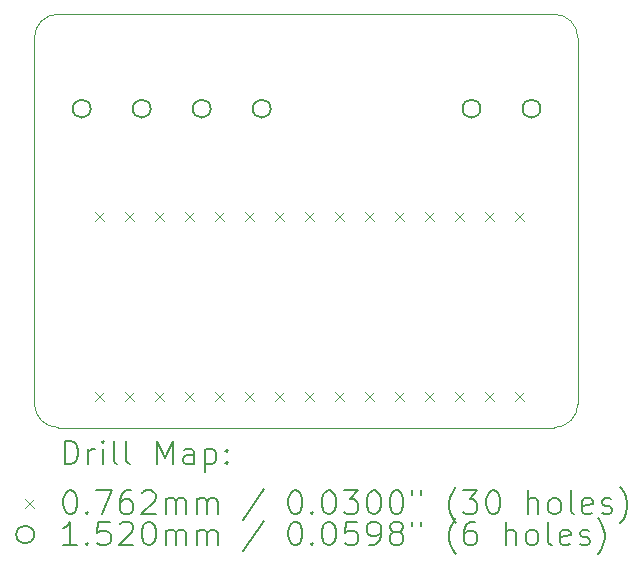
<source format=gbr>
%FSLAX45Y45*%
G04 Gerber Fmt 4.5, Leading zero omitted, Abs format (unit mm)*
G04 Created by KiCad (PCBNEW (6.0.0)) date 2022-01-15 23:37:23*
%MOMM*%
%LPD*%
G01*
G04 APERTURE LIST*
%TA.AperFunction,Profile*%
%ADD10C,0.050000*%
%TD*%
%ADD11C,0.200000*%
%ADD12C,0.076200*%
%ADD13C,0.152000*%
G04 APERTURE END LIST*
D10*
X10300000Y-4600000D02*
X6100000Y-4600000D01*
X10500000Y-4800000D02*
G75*
G03*
X10300000Y-4600000I-200000J0D01*
G01*
X10300000Y-8100000D02*
G75*
G03*
X10500000Y-7900000I0J200000D01*
G01*
X5900000Y-7900000D02*
G75*
G03*
X6100000Y-8100000I200000J0D01*
G01*
X6100000Y-4600000D02*
G75*
G03*
X5900000Y-4800000I0J-200000D01*
G01*
X10500000Y-7900000D02*
X10500000Y-4800000D01*
X6100000Y-8100000D02*
X10300000Y-8100000D01*
X5900000Y-4800000D02*
X5900000Y-7900000D01*
D11*
D12*
X6410900Y-6272900D02*
X6487100Y-6349100D01*
X6487100Y-6272900D02*
X6410900Y-6349100D01*
X6410900Y-7796900D02*
X6487100Y-7873100D01*
X6487100Y-7796900D02*
X6410900Y-7873100D01*
X6664900Y-6272900D02*
X6741100Y-6349100D01*
X6741100Y-6272900D02*
X6664900Y-6349100D01*
X6664900Y-7796900D02*
X6741100Y-7873100D01*
X6741100Y-7796900D02*
X6664900Y-7873100D01*
X6918900Y-6272900D02*
X6995100Y-6349100D01*
X6995100Y-6272900D02*
X6918900Y-6349100D01*
X6918900Y-7796900D02*
X6995100Y-7873100D01*
X6995100Y-7796900D02*
X6918900Y-7873100D01*
X7172900Y-6272900D02*
X7249100Y-6349100D01*
X7249100Y-6272900D02*
X7172900Y-6349100D01*
X7172900Y-7796900D02*
X7249100Y-7873100D01*
X7249100Y-7796900D02*
X7172900Y-7873100D01*
X7426900Y-6272900D02*
X7503100Y-6349100D01*
X7503100Y-6272900D02*
X7426900Y-6349100D01*
X7426900Y-7796900D02*
X7503100Y-7873100D01*
X7503100Y-7796900D02*
X7426900Y-7873100D01*
X7680900Y-6272900D02*
X7757100Y-6349100D01*
X7757100Y-6272900D02*
X7680900Y-6349100D01*
X7680900Y-7796900D02*
X7757100Y-7873100D01*
X7757100Y-7796900D02*
X7680900Y-7873100D01*
X7934900Y-6272900D02*
X8011100Y-6349100D01*
X8011100Y-6272900D02*
X7934900Y-6349100D01*
X7934900Y-7796900D02*
X8011100Y-7873100D01*
X8011100Y-7796900D02*
X7934900Y-7873100D01*
X8188900Y-6272900D02*
X8265100Y-6349100D01*
X8265100Y-6272900D02*
X8188900Y-6349100D01*
X8188900Y-7796900D02*
X8265100Y-7873100D01*
X8265100Y-7796900D02*
X8188900Y-7873100D01*
X8442900Y-6272900D02*
X8519100Y-6349100D01*
X8519100Y-6272900D02*
X8442900Y-6349100D01*
X8442900Y-7796900D02*
X8519100Y-7873100D01*
X8519100Y-7796900D02*
X8442900Y-7873100D01*
X8696900Y-6272900D02*
X8773100Y-6349100D01*
X8773100Y-6272900D02*
X8696900Y-6349100D01*
X8696900Y-7796900D02*
X8773100Y-7873100D01*
X8773100Y-7796900D02*
X8696900Y-7873100D01*
X8950900Y-6272900D02*
X9027100Y-6349100D01*
X9027100Y-6272900D02*
X8950900Y-6349100D01*
X8950900Y-7796900D02*
X9027100Y-7873100D01*
X9027100Y-7796900D02*
X8950900Y-7873100D01*
X9204900Y-6272900D02*
X9281100Y-6349100D01*
X9281100Y-6272900D02*
X9204900Y-6349100D01*
X9204900Y-7796900D02*
X9281100Y-7873100D01*
X9281100Y-7796900D02*
X9204900Y-7873100D01*
X9458900Y-6272900D02*
X9535100Y-6349100D01*
X9535100Y-6272900D02*
X9458900Y-6349100D01*
X9458900Y-7796900D02*
X9535100Y-7873100D01*
X9535100Y-7796900D02*
X9458900Y-7873100D01*
X9712900Y-6272900D02*
X9789100Y-6349100D01*
X9789100Y-6272900D02*
X9712900Y-6349100D01*
X9712900Y-7796900D02*
X9789100Y-7873100D01*
X9789100Y-7796900D02*
X9712900Y-7873100D01*
X9966900Y-6272900D02*
X10043100Y-6349100D01*
X10043100Y-6272900D02*
X9966900Y-6349100D01*
X9966900Y-7796900D02*
X10043100Y-7873100D01*
X10043100Y-7796900D02*
X9966900Y-7873100D01*
D13*
X6376000Y-5400000D02*
G75*
G03*
X6376000Y-5400000I-76000J0D01*
G01*
X6884000Y-5400000D02*
G75*
G03*
X6884000Y-5400000I-76000J0D01*
G01*
X7392000Y-5400000D02*
G75*
G03*
X7392000Y-5400000I-76000J0D01*
G01*
X7900000Y-5400000D02*
G75*
G03*
X7900000Y-5400000I-76000J0D01*
G01*
X9676000Y-5400000D02*
G75*
G03*
X9676000Y-5400000I-76000J0D01*
G01*
X10184000Y-5400000D02*
G75*
G03*
X10184000Y-5400000I-76000J0D01*
G01*
D11*
X6155119Y-8412976D02*
X6155119Y-8212976D01*
X6202738Y-8212976D01*
X6231309Y-8222500D01*
X6250357Y-8241548D01*
X6259881Y-8260595D01*
X6269405Y-8298690D01*
X6269405Y-8327262D01*
X6259881Y-8365357D01*
X6250357Y-8384405D01*
X6231309Y-8403452D01*
X6202738Y-8412976D01*
X6155119Y-8412976D01*
X6355119Y-8412976D02*
X6355119Y-8279643D01*
X6355119Y-8317738D02*
X6364643Y-8298690D01*
X6374167Y-8289167D01*
X6393214Y-8279643D01*
X6412262Y-8279643D01*
X6478928Y-8412976D02*
X6478928Y-8279643D01*
X6478928Y-8212976D02*
X6469405Y-8222500D01*
X6478928Y-8232024D01*
X6488452Y-8222500D01*
X6478928Y-8212976D01*
X6478928Y-8232024D01*
X6602738Y-8412976D02*
X6583690Y-8403452D01*
X6574167Y-8384405D01*
X6574167Y-8212976D01*
X6707500Y-8412976D02*
X6688452Y-8403452D01*
X6678928Y-8384405D01*
X6678928Y-8212976D01*
X6936071Y-8412976D02*
X6936071Y-8212976D01*
X7002738Y-8355833D01*
X7069405Y-8212976D01*
X7069405Y-8412976D01*
X7250357Y-8412976D02*
X7250357Y-8308214D01*
X7240833Y-8289167D01*
X7221786Y-8279643D01*
X7183690Y-8279643D01*
X7164643Y-8289167D01*
X7250357Y-8403452D02*
X7231309Y-8412976D01*
X7183690Y-8412976D01*
X7164643Y-8403452D01*
X7155119Y-8384405D01*
X7155119Y-8365357D01*
X7164643Y-8346309D01*
X7183690Y-8336786D01*
X7231309Y-8336786D01*
X7250357Y-8327262D01*
X7345595Y-8279643D02*
X7345595Y-8479643D01*
X7345595Y-8289167D02*
X7364643Y-8279643D01*
X7402738Y-8279643D01*
X7421786Y-8289167D01*
X7431309Y-8298690D01*
X7440833Y-8317738D01*
X7440833Y-8374881D01*
X7431309Y-8393929D01*
X7421786Y-8403452D01*
X7402738Y-8412976D01*
X7364643Y-8412976D01*
X7345595Y-8403452D01*
X7526548Y-8393929D02*
X7536071Y-8403452D01*
X7526548Y-8412976D01*
X7517024Y-8403452D01*
X7526548Y-8393929D01*
X7526548Y-8412976D01*
X7526548Y-8289167D02*
X7536071Y-8298690D01*
X7526548Y-8308214D01*
X7517024Y-8298690D01*
X7526548Y-8289167D01*
X7526548Y-8308214D01*
D12*
X5821300Y-8704400D02*
X5897500Y-8780600D01*
X5897500Y-8704400D02*
X5821300Y-8780600D01*
D11*
X6193214Y-8632976D02*
X6212262Y-8632976D01*
X6231309Y-8642500D01*
X6240833Y-8652024D01*
X6250357Y-8671071D01*
X6259881Y-8709167D01*
X6259881Y-8756786D01*
X6250357Y-8794881D01*
X6240833Y-8813929D01*
X6231309Y-8823452D01*
X6212262Y-8832976D01*
X6193214Y-8832976D01*
X6174167Y-8823452D01*
X6164643Y-8813929D01*
X6155119Y-8794881D01*
X6145595Y-8756786D01*
X6145595Y-8709167D01*
X6155119Y-8671071D01*
X6164643Y-8652024D01*
X6174167Y-8642500D01*
X6193214Y-8632976D01*
X6345595Y-8813929D02*
X6355119Y-8823452D01*
X6345595Y-8832976D01*
X6336071Y-8823452D01*
X6345595Y-8813929D01*
X6345595Y-8832976D01*
X6421786Y-8632976D02*
X6555119Y-8632976D01*
X6469405Y-8832976D01*
X6717024Y-8632976D02*
X6678928Y-8632976D01*
X6659881Y-8642500D01*
X6650357Y-8652024D01*
X6631309Y-8680595D01*
X6621786Y-8718690D01*
X6621786Y-8794881D01*
X6631309Y-8813929D01*
X6640833Y-8823452D01*
X6659881Y-8832976D01*
X6697976Y-8832976D01*
X6717024Y-8823452D01*
X6726548Y-8813929D01*
X6736071Y-8794881D01*
X6736071Y-8747262D01*
X6726548Y-8728214D01*
X6717024Y-8718690D01*
X6697976Y-8709167D01*
X6659881Y-8709167D01*
X6640833Y-8718690D01*
X6631309Y-8728214D01*
X6621786Y-8747262D01*
X6812262Y-8652024D02*
X6821786Y-8642500D01*
X6840833Y-8632976D01*
X6888452Y-8632976D01*
X6907500Y-8642500D01*
X6917024Y-8652024D01*
X6926548Y-8671071D01*
X6926548Y-8690119D01*
X6917024Y-8718690D01*
X6802738Y-8832976D01*
X6926548Y-8832976D01*
X7012262Y-8832976D02*
X7012262Y-8699643D01*
X7012262Y-8718690D02*
X7021786Y-8709167D01*
X7040833Y-8699643D01*
X7069405Y-8699643D01*
X7088452Y-8709167D01*
X7097976Y-8728214D01*
X7097976Y-8832976D01*
X7097976Y-8728214D02*
X7107500Y-8709167D01*
X7126548Y-8699643D01*
X7155119Y-8699643D01*
X7174167Y-8709167D01*
X7183690Y-8728214D01*
X7183690Y-8832976D01*
X7278928Y-8832976D02*
X7278928Y-8699643D01*
X7278928Y-8718690D02*
X7288452Y-8709167D01*
X7307500Y-8699643D01*
X7336071Y-8699643D01*
X7355119Y-8709167D01*
X7364643Y-8728214D01*
X7364643Y-8832976D01*
X7364643Y-8728214D02*
X7374167Y-8709167D01*
X7393214Y-8699643D01*
X7421786Y-8699643D01*
X7440833Y-8709167D01*
X7450357Y-8728214D01*
X7450357Y-8832976D01*
X7840833Y-8623452D02*
X7669405Y-8880595D01*
X8097976Y-8632976D02*
X8117024Y-8632976D01*
X8136071Y-8642500D01*
X8145595Y-8652024D01*
X8155119Y-8671071D01*
X8164643Y-8709167D01*
X8164643Y-8756786D01*
X8155119Y-8794881D01*
X8145595Y-8813929D01*
X8136071Y-8823452D01*
X8117024Y-8832976D01*
X8097976Y-8832976D01*
X8078928Y-8823452D01*
X8069405Y-8813929D01*
X8059881Y-8794881D01*
X8050357Y-8756786D01*
X8050357Y-8709167D01*
X8059881Y-8671071D01*
X8069405Y-8652024D01*
X8078928Y-8642500D01*
X8097976Y-8632976D01*
X8250357Y-8813929D02*
X8259881Y-8823452D01*
X8250357Y-8832976D01*
X8240833Y-8823452D01*
X8250357Y-8813929D01*
X8250357Y-8832976D01*
X8383690Y-8632976D02*
X8402738Y-8632976D01*
X8421786Y-8642500D01*
X8431310Y-8652024D01*
X8440833Y-8671071D01*
X8450357Y-8709167D01*
X8450357Y-8756786D01*
X8440833Y-8794881D01*
X8431310Y-8813929D01*
X8421786Y-8823452D01*
X8402738Y-8832976D01*
X8383690Y-8832976D01*
X8364643Y-8823452D01*
X8355119Y-8813929D01*
X8345595Y-8794881D01*
X8336071Y-8756786D01*
X8336071Y-8709167D01*
X8345595Y-8671071D01*
X8355119Y-8652024D01*
X8364643Y-8642500D01*
X8383690Y-8632976D01*
X8517024Y-8632976D02*
X8640833Y-8632976D01*
X8574167Y-8709167D01*
X8602738Y-8709167D01*
X8621786Y-8718690D01*
X8631310Y-8728214D01*
X8640833Y-8747262D01*
X8640833Y-8794881D01*
X8631310Y-8813929D01*
X8621786Y-8823452D01*
X8602738Y-8832976D01*
X8545595Y-8832976D01*
X8526548Y-8823452D01*
X8517024Y-8813929D01*
X8764643Y-8632976D02*
X8783690Y-8632976D01*
X8802738Y-8642500D01*
X8812262Y-8652024D01*
X8821786Y-8671071D01*
X8831310Y-8709167D01*
X8831310Y-8756786D01*
X8821786Y-8794881D01*
X8812262Y-8813929D01*
X8802738Y-8823452D01*
X8783690Y-8832976D01*
X8764643Y-8832976D01*
X8745595Y-8823452D01*
X8736071Y-8813929D01*
X8726548Y-8794881D01*
X8717024Y-8756786D01*
X8717024Y-8709167D01*
X8726548Y-8671071D01*
X8736071Y-8652024D01*
X8745595Y-8642500D01*
X8764643Y-8632976D01*
X8955119Y-8632976D02*
X8974167Y-8632976D01*
X8993214Y-8642500D01*
X9002738Y-8652024D01*
X9012262Y-8671071D01*
X9021786Y-8709167D01*
X9021786Y-8756786D01*
X9012262Y-8794881D01*
X9002738Y-8813929D01*
X8993214Y-8823452D01*
X8974167Y-8832976D01*
X8955119Y-8832976D01*
X8936071Y-8823452D01*
X8926548Y-8813929D01*
X8917024Y-8794881D01*
X8907500Y-8756786D01*
X8907500Y-8709167D01*
X8917024Y-8671071D01*
X8926548Y-8652024D01*
X8936071Y-8642500D01*
X8955119Y-8632976D01*
X9097976Y-8632976D02*
X9097976Y-8671071D01*
X9174167Y-8632976D02*
X9174167Y-8671071D01*
X9469405Y-8909167D02*
X9459881Y-8899643D01*
X9440833Y-8871071D01*
X9431310Y-8852024D01*
X9421786Y-8823452D01*
X9412262Y-8775833D01*
X9412262Y-8737738D01*
X9421786Y-8690119D01*
X9431310Y-8661548D01*
X9440833Y-8642500D01*
X9459881Y-8613929D01*
X9469405Y-8604405D01*
X9526548Y-8632976D02*
X9650357Y-8632976D01*
X9583690Y-8709167D01*
X9612262Y-8709167D01*
X9631310Y-8718690D01*
X9640833Y-8728214D01*
X9650357Y-8747262D01*
X9650357Y-8794881D01*
X9640833Y-8813929D01*
X9631310Y-8823452D01*
X9612262Y-8832976D01*
X9555119Y-8832976D01*
X9536071Y-8823452D01*
X9526548Y-8813929D01*
X9774167Y-8632976D02*
X9793214Y-8632976D01*
X9812262Y-8642500D01*
X9821786Y-8652024D01*
X9831310Y-8671071D01*
X9840833Y-8709167D01*
X9840833Y-8756786D01*
X9831310Y-8794881D01*
X9821786Y-8813929D01*
X9812262Y-8823452D01*
X9793214Y-8832976D01*
X9774167Y-8832976D01*
X9755119Y-8823452D01*
X9745595Y-8813929D01*
X9736071Y-8794881D01*
X9726548Y-8756786D01*
X9726548Y-8709167D01*
X9736071Y-8671071D01*
X9745595Y-8652024D01*
X9755119Y-8642500D01*
X9774167Y-8632976D01*
X10078929Y-8832976D02*
X10078929Y-8632976D01*
X10164643Y-8832976D02*
X10164643Y-8728214D01*
X10155119Y-8709167D01*
X10136071Y-8699643D01*
X10107500Y-8699643D01*
X10088452Y-8709167D01*
X10078929Y-8718690D01*
X10288452Y-8832976D02*
X10269405Y-8823452D01*
X10259881Y-8813929D01*
X10250357Y-8794881D01*
X10250357Y-8737738D01*
X10259881Y-8718690D01*
X10269405Y-8709167D01*
X10288452Y-8699643D01*
X10317024Y-8699643D01*
X10336071Y-8709167D01*
X10345595Y-8718690D01*
X10355119Y-8737738D01*
X10355119Y-8794881D01*
X10345595Y-8813929D01*
X10336071Y-8823452D01*
X10317024Y-8832976D01*
X10288452Y-8832976D01*
X10469405Y-8832976D02*
X10450357Y-8823452D01*
X10440833Y-8804405D01*
X10440833Y-8632976D01*
X10621786Y-8823452D02*
X10602738Y-8832976D01*
X10564643Y-8832976D01*
X10545595Y-8823452D01*
X10536071Y-8804405D01*
X10536071Y-8728214D01*
X10545595Y-8709167D01*
X10564643Y-8699643D01*
X10602738Y-8699643D01*
X10621786Y-8709167D01*
X10631310Y-8728214D01*
X10631310Y-8747262D01*
X10536071Y-8766310D01*
X10707500Y-8823452D02*
X10726548Y-8832976D01*
X10764643Y-8832976D01*
X10783690Y-8823452D01*
X10793214Y-8804405D01*
X10793214Y-8794881D01*
X10783690Y-8775833D01*
X10764643Y-8766310D01*
X10736071Y-8766310D01*
X10717024Y-8756786D01*
X10707500Y-8737738D01*
X10707500Y-8728214D01*
X10717024Y-8709167D01*
X10736071Y-8699643D01*
X10764643Y-8699643D01*
X10783690Y-8709167D01*
X10859881Y-8909167D02*
X10869405Y-8899643D01*
X10888452Y-8871071D01*
X10897976Y-8852024D01*
X10907500Y-8823452D01*
X10917024Y-8775833D01*
X10917024Y-8737738D01*
X10907500Y-8690119D01*
X10897976Y-8661548D01*
X10888452Y-8642500D01*
X10869405Y-8613929D01*
X10859881Y-8604405D01*
D13*
X5897500Y-9006500D02*
G75*
G03*
X5897500Y-9006500I-76000J0D01*
G01*
D11*
X6259881Y-9096976D02*
X6145595Y-9096976D01*
X6202738Y-9096976D02*
X6202738Y-8896976D01*
X6183690Y-8925548D01*
X6164643Y-8944595D01*
X6145595Y-8954119D01*
X6345595Y-9077929D02*
X6355119Y-9087452D01*
X6345595Y-9096976D01*
X6336071Y-9087452D01*
X6345595Y-9077929D01*
X6345595Y-9096976D01*
X6536071Y-8896976D02*
X6440833Y-8896976D01*
X6431309Y-8992214D01*
X6440833Y-8982690D01*
X6459881Y-8973167D01*
X6507500Y-8973167D01*
X6526548Y-8982690D01*
X6536071Y-8992214D01*
X6545595Y-9011262D01*
X6545595Y-9058881D01*
X6536071Y-9077929D01*
X6526548Y-9087452D01*
X6507500Y-9096976D01*
X6459881Y-9096976D01*
X6440833Y-9087452D01*
X6431309Y-9077929D01*
X6621786Y-8916024D02*
X6631309Y-8906500D01*
X6650357Y-8896976D01*
X6697976Y-8896976D01*
X6717024Y-8906500D01*
X6726548Y-8916024D01*
X6736071Y-8935071D01*
X6736071Y-8954119D01*
X6726548Y-8982690D01*
X6612262Y-9096976D01*
X6736071Y-9096976D01*
X6859881Y-8896976D02*
X6878928Y-8896976D01*
X6897976Y-8906500D01*
X6907500Y-8916024D01*
X6917024Y-8935071D01*
X6926548Y-8973167D01*
X6926548Y-9020786D01*
X6917024Y-9058881D01*
X6907500Y-9077929D01*
X6897976Y-9087452D01*
X6878928Y-9096976D01*
X6859881Y-9096976D01*
X6840833Y-9087452D01*
X6831309Y-9077929D01*
X6821786Y-9058881D01*
X6812262Y-9020786D01*
X6812262Y-8973167D01*
X6821786Y-8935071D01*
X6831309Y-8916024D01*
X6840833Y-8906500D01*
X6859881Y-8896976D01*
X7012262Y-9096976D02*
X7012262Y-8963643D01*
X7012262Y-8982690D02*
X7021786Y-8973167D01*
X7040833Y-8963643D01*
X7069405Y-8963643D01*
X7088452Y-8973167D01*
X7097976Y-8992214D01*
X7097976Y-9096976D01*
X7097976Y-8992214D02*
X7107500Y-8973167D01*
X7126548Y-8963643D01*
X7155119Y-8963643D01*
X7174167Y-8973167D01*
X7183690Y-8992214D01*
X7183690Y-9096976D01*
X7278928Y-9096976D02*
X7278928Y-8963643D01*
X7278928Y-8982690D02*
X7288452Y-8973167D01*
X7307500Y-8963643D01*
X7336071Y-8963643D01*
X7355119Y-8973167D01*
X7364643Y-8992214D01*
X7364643Y-9096976D01*
X7364643Y-8992214D02*
X7374167Y-8973167D01*
X7393214Y-8963643D01*
X7421786Y-8963643D01*
X7440833Y-8973167D01*
X7450357Y-8992214D01*
X7450357Y-9096976D01*
X7840833Y-8887452D02*
X7669405Y-9144595D01*
X8097976Y-8896976D02*
X8117024Y-8896976D01*
X8136071Y-8906500D01*
X8145595Y-8916024D01*
X8155119Y-8935071D01*
X8164643Y-8973167D01*
X8164643Y-9020786D01*
X8155119Y-9058881D01*
X8145595Y-9077929D01*
X8136071Y-9087452D01*
X8117024Y-9096976D01*
X8097976Y-9096976D01*
X8078928Y-9087452D01*
X8069405Y-9077929D01*
X8059881Y-9058881D01*
X8050357Y-9020786D01*
X8050357Y-8973167D01*
X8059881Y-8935071D01*
X8069405Y-8916024D01*
X8078928Y-8906500D01*
X8097976Y-8896976D01*
X8250357Y-9077929D02*
X8259881Y-9087452D01*
X8250357Y-9096976D01*
X8240833Y-9087452D01*
X8250357Y-9077929D01*
X8250357Y-9096976D01*
X8383690Y-8896976D02*
X8402738Y-8896976D01*
X8421786Y-8906500D01*
X8431310Y-8916024D01*
X8440833Y-8935071D01*
X8450357Y-8973167D01*
X8450357Y-9020786D01*
X8440833Y-9058881D01*
X8431310Y-9077929D01*
X8421786Y-9087452D01*
X8402738Y-9096976D01*
X8383690Y-9096976D01*
X8364643Y-9087452D01*
X8355119Y-9077929D01*
X8345595Y-9058881D01*
X8336071Y-9020786D01*
X8336071Y-8973167D01*
X8345595Y-8935071D01*
X8355119Y-8916024D01*
X8364643Y-8906500D01*
X8383690Y-8896976D01*
X8631310Y-8896976D02*
X8536071Y-8896976D01*
X8526548Y-8992214D01*
X8536071Y-8982690D01*
X8555119Y-8973167D01*
X8602738Y-8973167D01*
X8621786Y-8982690D01*
X8631310Y-8992214D01*
X8640833Y-9011262D01*
X8640833Y-9058881D01*
X8631310Y-9077929D01*
X8621786Y-9087452D01*
X8602738Y-9096976D01*
X8555119Y-9096976D01*
X8536071Y-9087452D01*
X8526548Y-9077929D01*
X8736071Y-9096976D02*
X8774167Y-9096976D01*
X8793214Y-9087452D01*
X8802738Y-9077929D01*
X8821786Y-9049357D01*
X8831310Y-9011262D01*
X8831310Y-8935071D01*
X8821786Y-8916024D01*
X8812262Y-8906500D01*
X8793214Y-8896976D01*
X8755119Y-8896976D01*
X8736071Y-8906500D01*
X8726548Y-8916024D01*
X8717024Y-8935071D01*
X8717024Y-8982690D01*
X8726548Y-9001738D01*
X8736071Y-9011262D01*
X8755119Y-9020786D01*
X8793214Y-9020786D01*
X8812262Y-9011262D01*
X8821786Y-9001738D01*
X8831310Y-8982690D01*
X8945595Y-8982690D02*
X8926548Y-8973167D01*
X8917024Y-8963643D01*
X8907500Y-8944595D01*
X8907500Y-8935071D01*
X8917024Y-8916024D01*
X8926548Y-8906500D01*
X8945595Y-8896976D01*
X8983690Y-8896976D01*
X9002738Y-8906500D01*
X9012262Y-8916024D01*
X9021786Y-8935071D01*
X9021786Y-8944595D01*
X9012262Y-8963643D01*
X9002738Y-8973167D01*
X8983690Y-8982690D01*
X8945595Y-8982690D01*
X8926548Y-8992214D01*
X8917024Y-9001738D01*
X8907500Y-9020786D01*
X8907500Y-9058881D01*
X8917024Y-9077929D01*
X8926548Y-9087452D01*
X8945595Y-9096976D01*
X8983690Y-9096976D01*
X9002738Y-9087452D01*
X9012262Y-9077929D01*
X9021786Y-9058881D01*
X9021786Y-9020786D01*
X9012262Y-9001738D01*
X9002738Y-8992214D01*
X8983690Y-8982690D01*
X9097976Y-8896976D02*
X9097976Y-8935071D01*
X9174167Y-8896976D02*
X9174167Y-8935071D01*
X9469405Y-9173167D02*
X9459881Y-9163643D01*
X9440833Y-9135071D01*
X9431310Y-9116024D01*
X9421786Y-9087452D01*
X9412262Y-9039833D01*
X9412262Y-9001738D01*
X9421786Y-8954119D01*
X9431310Y-8925548D01*
X9440833Y-8906500D01*
X9459881Y-8877929D01*
X9469405Y-8868405D01*
X9631310Y-8896976D02*
X9593214Y-8896976D01*
X9574167Y-8906500D01*
X9564643Y-8916024D01*
X9545595Y-8944595D01*
X9536071Y-8982690D01*
X9536071Y-9058881D01*
X9545595Y-9077929D01*
X9555119Y-9087452D01*
X9574167Y-9096976D01*
X9612262Y-9096976D01*
X9631310Y-9087452D01*
X9640833Y-9077929D01*
X9650357Y-9058881D01*
X9650357Y-9011262D01*
X9640833Y-8992214D01*
X9631310Y-8982690D01*
X9612262Y-8973167D01*
X9574167Y-8973167D01*
X9555119Y-8982690D01*
X9545595Y-8992214D01*
X9536071Y-9011262D01*
X9888452Y-9096976D02*
X9888452Y-8896976D01*
X9974167Y-9096976D02*
X9974167Y-8992214D01*
X9964643Y-8973167D01*
X9945595Y-8963643D01*
X9917024Y-8963643D01*
X9897976Y-8973167D01*
X9888452Y-8982690D01*
X10097976Y-9096976D02*
X10078929Y-9087452D01*
X10069405Y-9077929D01*
X10059881Y-9058881D01*
X10059881Y-9001738D01*
X10069405Y-8982690D01*
X10078929Y-8973167D01*
X10097976Y-8963643D01*
X10126548Y-8963643D01*
X10145595Y-8973167D01*
X10155119Y-8982690D01*
X10164643Y-9001738D01*
X10164643Y-9058881D01*
X10155119Y-9077929D01*
X10145595Y-9087452D01*
X10126548Y-9096976D01*
X10097976Y-9096976D01*
X10278929Y-9096976D02*
X10259881Y-9087452D01*
X10250357Y-9068405D01*
X10250357Y-8896976D01*
X10431310Y-9087452D02*
X10412262Y-9096976D01*
X10374167Y-9096976D01*
X10355119Y-9087452D01*
X10345595Y-9068405D01*
X10345595Y-8992214D01*
X10355119Y-8973167D01*
X10374167Y-8963643D01*
X10412262Y-8963643D01*
X10431310Y-8973167D01*
X10440833Y-8992214D01*
X10440833Y-9011262D01*
X10345595Y-9030310D01*
X10517024Y-9087452D02*
X10536071Y-9096976D01*
X10574167Y-9096976D01*
X10593214Y-9087452D01*
X10602738Y-9068405D01*
X10602738Y-9058881D01*
X10593214Y-9039833D01*
X10574167Y-9030310D01*
X10545595Y-9030310D01*
X10526548Y-9020786D01*
X10517024Y-9001738D01*
X10517024Y-8992214D01*
X10526548Y-8973167D01*
X10545595Y-8963643D01*
X10574167Y-8963643D01*
X10593214Y-8973167D01*
X10669405Y-9173167D02*
X10678929Y-9163643D01*
X10697976Y-9135071D01*
X10707500Y-9116024D01*
X10717024Y-9087452D01*
X10726548Y-9039833D01*
X10726548Y-9001738D01*
X10717024Y-8954119D01*
X10707500Y-8925548D01*
X10697976Y-8906500D01*
X10678929Y-8877929D01*
X10669405Y-8868405D01*
M02*

</source>
